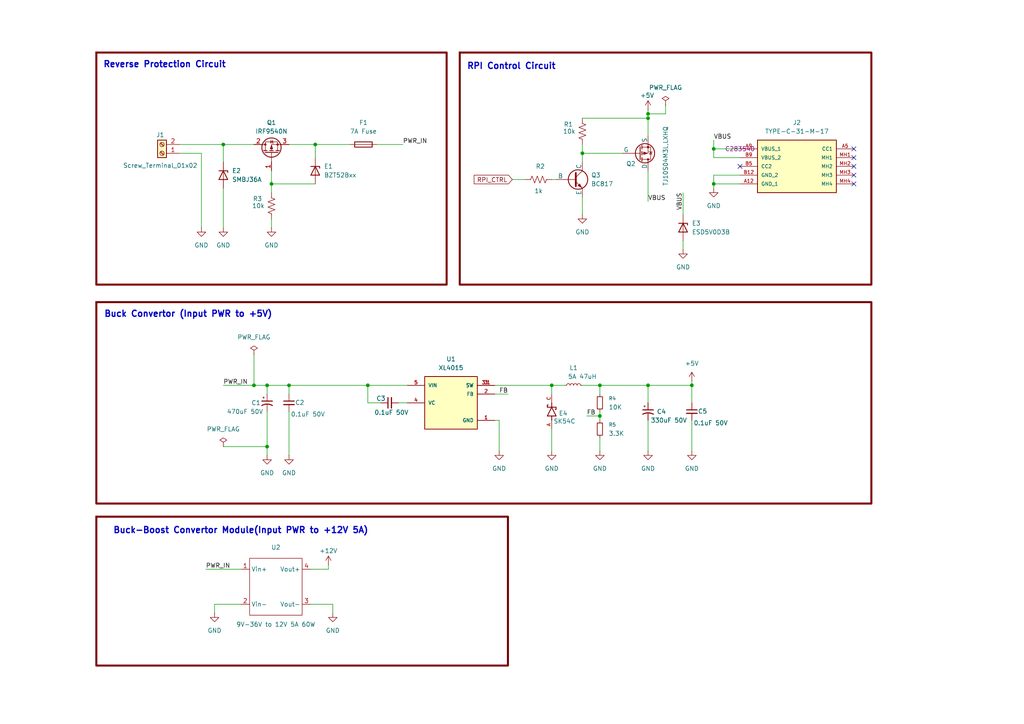
<source format=kicad_sch>
(kicad_sch (version 20250114) (generator "eeschema") (generator_version "9.0")
  (paper "A4")
  (lib_symbols
    (symbol "BC817:BC817_NPN_BJT" (pin_numbers (hide yes)) (pin_names (offset 0))
      (property "Reference" "Q" (at -2.54 7.62 0))
      (property "Value" "BC817_NPN_BJT" (at -2.54 5.08 0))
      (symbol "BC817_NPN_BJT_0_1"
        (polyline (pts (xy -2.54 0) (xy 0.635 0)) (stroke (width 0.1524)))
        (polyline (pts (xy 0.635 1.905) (xy 0.635 -1.905) (xy 0.635 -1.905)) (stroke (width 0.508)))
        (polyline (pts (xy 0.635 0.635) (xy 2.54 2.54)))
        (polyline (pts (xy 0.635 -0.635) (xy 2.54 -2.54) (xy 2.54 -2.54)))
        (circle (center 1.27 0) (radius 2.8194) (stroke (width 0.254)))
        (polyline (pts (xy 1.27 -1.778) (xy 1.778 -1.27) (xy 2.286 -2.286) (xy 1.27 -1.778) (xy 1.27 -1.778)) (fill (type outline)))
        (polyline (pts (xy 2.794 -1.27) (xy 2.794 -1.27)) (stroke (width 0.1524)))
        (polyline (pts (xy 2.794 -1.27) (xy 2.794 -1.27)) (stroke (width 0.1524)))
      )
      (symbol "BC817_NPN_BJT_1_1"
        (pin input line (at -5.08 0 0) (length 2.54) (name "B") (number "1"))
        (pin open_collector line (at 2.54 5.08 270) (length 2.54) (name "C") (number "3"))
        (pin open_emitter line (at 2.54 -5.08 90) (length 2.54) (name "E") (number "2"))
      )
    )
    (symbol "Connector:Screw_Terminal_01x02" (pin_names (offset 1.016) (hide yes))
      (property "Reference" "J" (at 0 2.54 0))
      (property "Value" "Screw_Terminal_01x02" (at 0 -5.08 0))
      (symbol "Screw_Terminal_01x02_1_1"
        (rectangle (start -1.27 1.27) (end 1.27 -3.81) (stroke (width 0.254)) (fill (type background)))
        (polyline (pts (xy -0.5334 0.3302) (xy 0.3302 -0.508)) (stroke (width 0.1524)))
        (polyline (pts (xy -0.5334 -2.2098) (xy 0.3302 -3.048)) (stroke (width 0.1524)))
        (polyline (pts (xy -0.3556 0.508) (xy 0.508 -0.3302)) (stroke (width 0.1524)))
        (polyline (pts (xy -0.3556 -2.032) (xy 0.508 -2.8702)) (stroke (width 0.1524)))
        (circle (center 0 0) (radius 0.635) (stroke (width 0.1524)))
        (circle (center 0 -2.54) (radius 0.635) (stroke (width 0.1524)))
        (pin passive line (at -5.08 0 0) (length 3.81) (name "Pin_1") (number "1"))
        (pin passive line (at -5.08 -2.54 0) (length 3.81) (name "Pin_2") (number "2"))
      )
    )
    (symbol "Device:C_Polarized_Small_US" (pin_numbers (hide yes)) (pin_names (offset 0.254) (hide yes))
      (property "Reference" "C" (at 0.254 1.778 0))
      (property "Value" "C_Polarized_Small_US" (at 0.254 -2.032 0))
      (symbol "C_Polarized_Small_US_0_1"
        (polyline (pts (xy -1.524 0.508) (xy 1.524 0.508)) (stroke (width 0.3048)))
        (polyline (pts (xy -1.27 1.524) (xy -0.762 1.524)))
        (polyline (pts (xy -1.016 1.27) (xy -1.016 1.778)))
        (arc (start -1.524 -0.762) (mid 0 -0.3734) (end 1.524 -0.762) (stroke (width 0.3048)))
      )
      (symbol "C_Polarized_Small_US_1_1"
        (pin passive line (at 0 2.54 270) (length 2.032) (name "~") (number "1"))
        (pin passive line (at 0 -2.54 90) (length 2.032) (name "~") (number "2"))
      )
    )
    (symbol "Device:C_Small" (pin_numbers (hide yes)) (pin_names (offset 0.254) (hide yes))
      (property "Reference" "C" (at 0.254 1.778 0))
      (property "Value" "C_Small" (at 0.254 -2.032 0))
      (symbol "C_Small_0_1"
        (polyline (pts (xy -1.524 0.508) (xy 1.524 0.508)) (stroke (width 0.3048)))
        (polyline (pts (xy -1.524 -0.508) (xy 1.524 -0.508)) (stroke (width 0.3302)))
      )
      (symbol "C_Small_1_1"
        (pin passive line (at 0 2.54 270) (length 2.032) (name "~") (number "1"))
        (pin passive line (at 0 -2.54 90) (length 2.032) (name "~") (number "2"))
      )
    )
    (symbol "Device:Fuse" (pin_numbers (hide yes)) (pin_names (offset 0))
      (property "Reference" "F" (at 2.032 0 90))
      (property "Value" "Fuse" (at -1.905 0 90))
      (symbol "Fuse_0_1"
        (rectangle (start -0.762 -2.54) (end 0.762 2.54) (stroke (width 0.254)))
        (polyline (pts (xy 0 2.54) (xy 0 -2.54)))
      )
      (symbol "Fuse_1_1"
        (pin passive line (at 0 3.81 270) (length 1.27) (name "~") (number "1"))
        (pin passive line (at 0 -3.81 90) (length 1.27) (name "~") (number "2"))
      )
    )
    (symbol "Device:L_Small" (pin_numbers (hide yes)) (pin_names (offset 0.254) (hide yes))
      (property "Reference" "L" (at 0.762 1.016 0))
      (property "Value" "L_Small" (at 0.762 -1.016 0))
      (symbol "L_Small_0_1"
        (arc (start 0 2.032) (mid 0.5058 1.524) (end 0 1.016))
        (arc (start 0 1.016) (mid 0.5058 0.508) (end 0 0))
        (arc (start 0 0) (mid 0.5058 -0.508) (end 0 -1.016))
        (arc (start 0 -1.016) (mid 0.5058 -1.524) (end 0 -2.032))
      )
      (symbol "L_Small_1_1"
        (pin passive line (at 0 2.54 270) (length 0.508) (name "~") (number "1"))
        (pin passive line (at 0 -2.54 90) (length 0.508) (name "~") (number "2"))
      )
    )
    (symbol "Device:R_Small" (pin_numbers (hide yes)) (pin_names (offset 0.254) (hide yes))
      (property "Reference" "R" (at 0 0 90))
      (property "Value" "R_Small" (at 1.778 0 90))
      (symbol "R_Small_0_1"
        (rectangle (start -0.762 1.778) (end 0.762 -1.778) (stroke (width 0.2032)))
      )
      (symbol "R_Small_1_1"
        (pin passive line (at 0 2.54 270) (length 0.762) (name "~") (number "1"))
        (pin passive line (at 0 -2.54 90) (length 0.762) (name "~") (number "2"))
      )
    )
    (symbol "Device:R_US" (pin_numbers (hide yes)) (pin_names (offset 0))
      (property "Reference" "R" (at 2.54 0 90))
      (property "Value" "R_US" (at -2.54 0 90))
      (symbol "R_US_0_1"
        (polyline (pts (xy 0 2.286) (xy 0 2.54)))
        (polyline (pts (xy 0 2.286) (xy 1.016 1.905) (xy 0 1.524) (xy -1.016 1.143) (xy 0 0.762)))
        (polyline (pts (xy 0 0.762) (xy 1.016 0.381) (xy 0 0) (xy -1.016 -0.381) (xy 0 -0.762)))
        (polyline (pts (xy 0 -0.762) (xy 1.016 -1.143) (xy 0 -1.524) (xy -1.016 -1.905) (xy 0 -2.286)))
        (polyline (pts (xy 0 -2.286) (xy 0 -2.54)))
      )
      (symbol "R_US_1_1"
        (pin passive line (at 0 3.81 270) (length 1.27) (name "~") (number "1"))
        (pin passive line (at 0 -3.81 90) (length 1.27) (name "~") (number "2"))
      )
    )
    (symbol "Diode:BZT52Bxx" (pin_numbers (hide yes)) (pin_names (hide yes))
      (property "Reference" "D" (at 0 2.54 0))
      (property "Value" "BZT52Bxx" (at 0 -2.54 0))
      (symbol "BZT52Bxx_0_1"
        (polyline (pts (xy -1.27 -1.27) (xy -1.27 1.27) (xy -0.762 1.27)) (stroke (width 0.254)))
        (polyline (pts (xy 1.27 0) (xy -1.27 0)))
        (polyline (pts (xy 1.27 -1.27) (xy 1.27 1.27) (xy -1.27 0) (xy 1.27 -1.27)) (stroke (width 0.254)))
      )
      (symbol "BZT52Bxx_1_1"
        (pin passive line (at -3.81 0 0) (length 2.54) (name "K") (number "1"))
        (pin passive line (at 3.81 0 180) (length 2.54) (name "A") (number "2"))
      )
    )
    (symbol "Diode:ESD5Zxx" (pin_numbers (hide yes)) (pin_names (hide yes))
      (property "Reference" "D" (at 0 2.54 0))
      (property "Value" "ESD5Zxx" (at 0 -2.54 0))
      (symbol "ESD5Zxx_0_1"
        (polyline (pts (xy -1.27 -1.27) (xy -1.27 1.27) (xy -0.762 1.27)) (stroke (width 0.254)))
        (polyline (pts (xy 1.27 0) (xy -1.27 0)))
        (polyline (pts (xy 1.27 -1.27) (xy 1.27 1.27) (xy -1.27 0) (xy 1.27 -1.27)) (stroke (width 0.254)))
      )
      (symbol "ESD5Zxx_1_1"
        (pin passive line (at -3.81 0 0) (length 2.54) (name "K") (number "1"))
        (pin passive line (at 3.81 0 180) (length 2.54) (name "A") (number "2"))
      )
    )
    (symbol "New_Library:Buck-Boost"
      (property "Reference" "U" (at 0 0 0))
      (symbol "Buck-Boost_1_1"
        (rectangle (start -7.62 8.255) (end 7.62 -8.255))
        (pin input line (at -10.16 5.08 0) (length 2.54) (name "Vin+") (number "1"))
        (pin input line (at -10.16 -5.08 0) (length 2.54) (name "Vin-") (number "2"))
        (pin output line (at 10.16 5.08 180) (length 2.54) (name "Vout+") (number "4"))
        (pin output line (at 10.16 -5.08 180) (length 2.54) (name "Vout-") (number "3"))
      )
    )
    (symbol "SK54C:SK54C" (pin_names (offset 1.016))
      (property "Reference" "D" (at -5.08 2.54 0))
      (property "Value" "SK54C" (at -5.08 -3.81 0))
      (symbol "SK54C_0_0"
        (polyline (pts (xy -2.54 0) (xy -1.27 0)) (stroke (width 0.254)))
        (polyline (pts (xy -1.27 1.27) (xy -1.27 0)) (stroke (width 0.254)))
        (polyline (pts (xy -1.27 0) (xy -1.27 -1.27)) (stroke (width 0.254)))
        (polyline (pts (xy -1.27 -1.27) (xy 1.27 0)) (stroke (width 0.254)))
        (polyline (pts (xy 0.635 -1.016) (xy 0.635 -1.27)) (stroke (width 0.254)))
        (polyline (pts (xy 1.27 1.27) (xy 1.27 0)) (stroke (width 0.254)))
        (polyline (pts (xy 1.27 0) (xy -1.27 1.27)) (stroke (width 0.254)))
        (polyline (pts (xy 1.27 0) (xy 1.27 -1.27)) (stroke (width 0.254)))
        (polyline (pts (xy 1.27 -1.27) (xy 0.635 -1.27)) (stroke (width 0.254)))
        (polyline (pts (xy 1.905 1.27) (xy 1.27 1.27)) (stroke (width 0.254)))
        (polyline (pts (xy 1.905 1.27) (xy 1.905 1.016)) (stroke (width 0.254)))
        (polyline (pts (xy 2.54 0) (xy 1.27 0)) (stroke (width 0.254)))
        (pin passive line (at -5.08 0 0) (length 2.54) (name "~") (number "A"))
        (pin passive line (at 5.08 0 180) (length 2.54) (name "~") (number "C"))
      )
    )
    (symbol "Simulation_SPICE:PMOS" (pin_numbers (hide yes)) (pin_names (offset 0))
      (property "Reference" "Q" (at 5.08 1.27 0))
      (property "Value" "PMOS" (at 5.08 -1.27 0))
      (symbol "PMOS_0_1"
        (polyline (pts (xy 0.254 1.905) (xy 0.254 -1.905)) (stroke (width 0.254)))
        (polyline (pts (xy 0.254 0) (xy -2.54 0)))
        (polyline (pts (xy 0.762 2.286) (xy 0.762 1.27)) (stroke (width 0.254)))
        (polyline (pts (xy 0.762 1.778) (xy 3.302 1.778) (xy 3.302 -1.778) (xy 0.762 -1.778)))
        (polyline (pts (xy 0.762 0.508) (xy 0.762 -0.508)) (stroke (width 0.254)))
        (polyline (pts (xy 0.762 -1.27) (xy 0.762 -2.286)) (stroke (width 0.254)))
        (circle (center 1.651 0) (radius 2.794) (stroke (width 0.254)))
        (polyline (pts (xy 2.286 0) (xy 1.27 0.381) (xy 1.27 -0.381) (xy 2.286 0)) (fill (type outline)))
        (polyline (pts (xy 2.54 2.54) (xy 2.54 1.778)))
        (circle (center 2.54 1.778) (radius 0.254) (fill (type outline)))
        (circle (center 2.54 -1.778) (radius 0.254) (fill (type outline)))
        (polyline (pts (xy 2.54 -2.54) (xy 2.54 0) (xy 0.762 0)))
        (polyline (pts (xy 2.794 -0.508) (xy 2.921 -0.381) (xy 3.683 -0.381) (xy 3.81 -0.254)))
        (polyline (pts (xy 3.302 -0.381) (xy 2.921 0.254) (xy 3.683 0.254) (xy 3.302 -0.381)))
      )
      (symbol "PMOS_1_1"
        (pin input line (at -5.08 0 0) (length 2.54) (name "G") (number "2"))
        (pin passive line (at 2.54 5.08 270) (length 2.54) (name "D") (number "1"))
        (pin passive line (at 2.54 -5.08 90) (length 2.54) (name "S") (number "3"))
      )
    )
    (symbol "TYPE-C-31-M-17:TYPE-C-31-M-17" (pin_names (offset 1.016))
      (property "Reference" "J2" (at 16.51 7.62 0))
      (property "Value" "TYPE-C-31-M-17" (at 16.51 5.08 0))
      (symbol "TYPE-C-31-M-17_0_0"
        (rectangle (start 5.08 -12.7) (end 27.94 2.54) (stroke (width 0.254)) (fill (type background)))
        (pin bidirectional line (at 0 0 0) (length 5.08) (name "VBUS_1") (number "A9"))
        (pin bidirectional line (at 0 -2.54 0) (length 5.08) (name "VBUS_2") (number "B9"))
        (pin bidirectional line (at 0 -5.08 0) (length 5.08) (name "CC2") (number "B5"))
        (pin bidirectional line (at 0 -7.62 0) (length 5.08) (name "GND_2") (number "B12"))
        (pin bidirectional line (at 0 -10.16 0) (length 5.08) (name "GND_1") (number "A12"))
        (pin bidirectional line (at 33.02 0 180) (length 5.08) (name "CC1") (number "A5"))
        (pin bidirectional line (at 33.02 -2.54 180) (length 5.08) (name "MH1") (number "MH1"))
        (pin bidirectional line (at 33.02 -5.08 180) (length 5.08) (name "MH2") (number "MH2"))
        (pin bidirectional line (at 33.02 -7.62 180) (length 5.08) (name "MH3") (number "MH3"))
        (pin bidirectional line (at 33.02 -10.16 180) (length 5.08) (name "MH4") (number "MH4"))
      )
    )
    (symbol "Transistor_FET:IRF9540N" (pin_names (hide yes))
      (property "Reference" "Q" (at 5.08 1.905 0))
      (property "Value" "IRF9540N" (at 5.08 0 0))
      (symbol "IRF9540N_0_1"
        (polyline (pts (xy 0.254 1.905) (xy 0.254 -1.905)) (stroke (width 0.254)))
        (polyline (pts (xy 0.254 0) (xy -2.54 0)))
        (polyline (pts (xy 0.762 2.286) (xy 0.762 1.27)) (stroke (width 0.254)))
        (polyline (pts (xy 0.762 1.778) (xy 3.302 1.778) (xy 3.302 -1.778) (xy 0.762 -1.778)))
        (polyline (pts (xy 0.762 0.508) (xy 0.762 -0.508)) (stroke (width 0.254)))
        (polyline (pts (xy 0.762 -1.27) (xy 0.762 -2.286)) (stroke (width 0.254)))
        (circle (center 1.651 0) (radius 2.794) (stroke (width 0.254)))
        (polyline (pts (xy 2.286 0) (xy 1.27 0.381) (xy 1.27 -0.381) (xy 2.286 0)) (fill (type outline)))
        (polyline (pts (xy 2.54 2.54) (xy 2.54 1.778)))
        (circle (center 2.54 1.778) (radius 0.254) (fill (type outline)))
        (circle (center 2.54 -1.778) (radius 0.254) (fill (type outline)))
        (polyline (pts (xy 2.54 -2.54) (xy 2.54 0) (xy 0.762 0)))
        (polyline (pts (xy 2.794 -0.508) (xy 2.921 -0.381) (xy 3.683 -0.381) (xy 3.81 -0.254)))
        (polyline (pts (xy 3.302 -0.381) (xy 2.921 0.254) (xy 3.683 0.254) (xy 3.302 -0.381)))
      )
      (symbol "IRF9540N_1_1"
        (pin input line (at -5.08 0 0) (length 2.54) (name "G") (number "1"))
        (pin passive line (at 2.54 5.08 270) (length 2.54) (name "D") (number "2"))
        (pin passive line (at 2.54 -5.08 90) (length 2.54) (name "S") (number "3"))
      )
    )
    (symbol "XL4015:XL4015" (pin_names (offset 1.016))
      (property "Reference" "U" (at -7.62 8.89 0))
      (property "Value" "XL4015" (at -7.62 -9.906 0))
      (symbol "XL4015_0_0"
        (rectangle (start -7.62 -7.62) (end 7.62 7.62) (stroke (width 0.254)) (fill (type background)))
        (pin input line (at -12.7 5.08 0) (length 5.08) (name "VIN") (number "5"))
        (pin passive line (at -12.7 0 0) (length 5.08) (name "VC") (number "4"))
        (pin output line (at 12.7 5.08 180) (length 5.08) (name "SW") (number "3"))
        (pin output line (at 12.7 5.08 180) (length 5.08) (name "SW") (number "3.1"))
        (pin input line (at 12.7 2.54 180) (length 5.08) (name "FB") (number "2"))
        (pin power_in line (at 12.7 -5.08 180) (length 5.08) (name "GND") (number "1"))
      )
    )
    (symbol "power:+12V" (power) (pin_numbers (hide yes)) (pin_names (offset 0) (hide yes))
      (property "Value" "+12V" (at 0 3.556 0))
      (symbol "+12V_0_1"
        (polyline (pts (xy -0.762 1.27) (xy 0 2.54)))
        (polyline (pts (xy 0 2.54) (xy 0.762 1.27)))
        (polyline (pts (xy 0 0) (xy 0 2.54)))
      )
      (symbol "+12V_1_1"
        (pin power_in line (at 0 0 90) (length 0) (name "~") (number "1"))
      )
    )
    (symbol "power:+5V" (power) (pin_numbers (hide yes)) (pin_names (offset 0) (hide yes))
      (property "Value" "+5V" (at 0 3.556 0))
      (symbol "+5V_0_1"
        (polyline (pts (xy -0.762 1.27) (xy 0 2.54)))
        (polyline (pts (xy 0 2.54) (xy 0.762 1.27)))
        (polyline (pts (xy 0 0) (xy 0 2.54)))
      )
      (symbol "+5V_1_1"
        (pin power_in line (at 0 0 90) (length 0) (name "~") (number "1"))
      )
    )
    (symbol "power:GND" (power) (pin_numbers (hide yes)) (pin_names (offset 0) (hide yes))
      (property "Value" "GND" (at 0 -3.81 0))
      (symbol "GND_0_1"
        (polyline (pts (xy 0 0) (xy 0 -1.27) (xy 1.27 -1.27) (xy 0 -2.54) (xy -1.27 -1.27) (xy 0 -1.27)))
      )
      (symbol "GND_1_1"
        (pin power_in line (at 0 0 270) (length 0) (name "~") (number "1"))
      )
    )
    (symbol "power:PWR_FLAG" (power) (pin_numbers (hide yes)) (pin_names (offset 0) (hide yes))
      (property "Value" "PWR_FLAG" (at 0 3.81 0))
      (symbol "PWR_FLAG_0_0"
        (pin power_out line (at 0 0 90) (length 0) (name "~") (number "1"))
      )
      (symbol "PWR_FLAG_0_1"
        (polyline (pts (xy 0 0) (xy 0 1.27) (xy -1.016 1.905) (xy 0 2.54) (xy 1.016 1.905) (xy 0 1.27)))
      )
    )
  )
  (rectangle (start 27.94 15.24) (end 129.54 82.55) (stroke (width 0.5842) (color 110 0 0 1)))
  (rectangle (start 27.94 87.63) (end 252.73 146.05) (stroke (width 0.5842) (color 110 0 0 1)))
  (rectangle (start 27.94 149.86) (end 147.32 193.04) (stroke (width 0.5842) (color 110 0 0 1)))
  (rectangle (start 133.35 15.24) (end 252.73 82.55) (stroke (width 0.5842) (color 110 0 0 1)))
  (text "Buck Convertor (Input PWR to +5V)" (at 54.61 91.186 0) (effects (font (size 1.778 1.778) (thickness 0.3556) (bold yes))))
  (text "Buck-Boost Convertor Module(Input PWR to +12V 5A)" (at 69.85 153.924 0) (effects (font (size 1.778 1.778) (thickness 0.3556) (bold yes))))
  (text "Reverse Protection Circuit" (at 47.752 18.796 0) (effects (font (size 1.778 1.778) (thickness 0.3556) (bold yes))))
  (text "RPI Control Circuit" (at 148.336 19.304 0) (effects (font (size 1.778 1.778) (thickness 0.3556) (bold yes))))
  (junction (at 73.66 111.76))
  (junction (at 187.96 111.76))
  (junction (at 106.68 111.76))
  (junction (at 160.02 111.76))
  (junction (at 207.01 53.34))
  (junction (at 173.99 120.65))
  (junction (at 173.99 111.76))
  (junction (at 91.44 41.91))
  (junction (at 200.66 111.76))
  (junction (at 77.47 111.76))
  (junction (at 64.77 41.91))
  (junction (at 187.96 34.29))
  (junction (at 78.74 53.34))
  (junction (at 187.96 33.02))
  (junction (at 168.91 44.45))
  (junction (at 207.01 43.18))
  (junction (at 77.47 129.54))
  (junction (at 83.82 111.76))
  (no_connect (at 247.65 50.8))
  (no_connect (at 214.63 48.26))
  (no_connect (at 247.65 53.34))
  (no_connect (at 247.65 48.26))
  (no_connect (at 247.65 43.18))
  (no_connect (at 247.65 45.72))
  (wire (pts (xy 64.77 111.76) (xy 73.66 111.76)))
  (wire (pts (xy 58.42 44.45) (xy 58.42 66.04)))
  (wire (pts (xy 64.77 54.61) (xy 64.77 66.04)))
  (wire (pts (xy 207.01 50.8) (xy 207.01 53.34)))
  (wire (pts (xy 193.04 33.02) (xy 187.96 33.02)))
  (wire (pts (xy 110.49 116.84) (xy 106.68 116.84)))
  (wire (pts (xy 207.01 45.72) (xy 214.63 45.72)))
  (wire (pts (xy 168.91 34.29) (xy 187.96 34.29)))
  (wire (pts (xy 78.74 53.34) (xy 78.74 55.88)))
  (wire (pts (xy 200.66 116.84) (xy 200.66 111.76)))
  (wire (pts (xy 187.96 121.92) (xy 187.96 130.81)))
  (wire (pts (xy 144.78 121.92) (xy 144.78 130.81)))
  (wire (pts (xy 198.12 69.85) (xy 198.12 72.39)))
  (wire (pts (xy 168.91 44.45) (xy 168.91 46.99)))
  (wire (pts (xy 173.99 120.65) (xy 173.99 121.92)))
  (wire (pts (xy 168.91 44.45) (xy 180.34 44.45)))
  (wire (pts (xy 106.68 111.76) (xy 118.11 111.76)))
  (wire (pts (xy 115.57 116.84) (xy 118.11 116.84)))
  (wire (pts (xy 73.66 102.87) (xy 73.66 111.76)))
  (wire (pts (xy 64.77 129.54) (xy 77.47 129.54)))
  (wire (pts (xy 207.01 50.8) (xy 214.63 50.8)))
  (wire (pts (xy 207.01 53.34) (xy 214.63 53.34)))
  (wire (pts (xy 173.99 119.38) (xy 173.99 120.65)))
  (wire (pts (xy 200.66 121.92) (xy 200.66 130.81)))
  (wire (pts (xy 52.07 44.45) (xy 58.42 44.45)))
  (wire (pts (xy 64.77 41.91) (xy 64.77 46.99)))
  (wire (pts (xy 148.59 52.07) (xy 152.4 52.07)))
  (wire (pts (xy 91.44 41.91) (xy 91.44 45.72)))
  (wire (pts (xy 77.47 111.76) (xy 83.82 111.76)))
  (wire (pts (xy 95.25 163.83) (xy 95.25 165.1)))
  (wire (pts (xy 160.02 52.07) (xy 161.29 52.07)))
  (wire (pts (xy 207.01 53.34) (xy 207.01 54.61)))
  (wire (pts (xy 168.91 57.15) (xy 168.91 62.23)))
  (wire (pts (xy 207.01 43.18) (xy 214.63 43.18)))
  (wire (pts (xy 198.12 55.88) (xy 198.12 62.23)))
  (wire (pts (xy 73.66 111.76) (xy 77.47 111.76)))
  (wire (pts (xy 77.47 119.38) (xy 77.47 129.54)))
  (wire (pts (xy 91.44 41.91) (xy 101.6 41.91)))
  (wire (pts (xy 106.68 111.76) (xy 106.68 116.84)))
  (wire (pts (xy 160.02 111.76) (xy 163.83 111.76)))
  (wire (pts (xy 173.99 111.76) (xy 173.99 114.3)))
  (wire (pts (xy 52.07 41.91) (xy 64.77 41.91)))
  (wire (pts (xy 90.17 175.26) (xy 96.52 175.26)))
  (wire (pts (xy 187.96 31.75) (xy 187.96 33.02)))
  (wire (pts (xy 173.99 130.81) (xy 173.99 127)))
  (wire (pts (xy 109.22 41.91) (xy 116.84 41.91)))
  (wire (pts (xy 160.02 111.76) (xy 160.02 114.3)))
  (wire (pts (xy 78.74 53.34) (xy 91.44 53.34)))
  (wire (pts (xy 69.85 175.26) (xy 62.23 175.26)))
  (wire (pts (xy 143.51 114.3) (xy 147.32 114.3)))
  (wire (pts (xy 59.69 165.1) (xy 69.85 165.1)))
  (wire (pts (xy 78.74 63.5) (xy 78.74 66.04)))
  (wire (pts (xy 207.01 40.64) (xy 207.01 43.18)))
  (wire (pts (xy 64.77 41.91) (xy 73.66 41.91)))
  (wire (pts (xy 168.91 41.91) (xy 168.91 44.45)))
  (wire (pts (xy 187.96 34.29) (xy 187.96 39.37)))
  (wire (pts (xy 143.51 111.76) (xy 160.02 111.76)))
  (wire (pts (xy 207.01 45.72) (xy 207.01 43.18)))
  (wire (pts (xy 96.52 175.26) (xy 96.52 177.8)))
  (wire (pts (xy 200.66 110.49) (xy 200.66 111.76)))
  (wire (pts (xy 144.78 121.92) (xy 143.51 121.92)))
  (wire (pts (xy 187.96 33.02) (xy 187.96 34.29)))
  (wire (pts (xy 83.82 111.76) (xy 106.68 111.76)))
  (wire (pts (xy 83.82 119.38) (xy 83.82 132.08)))
  (wire (pts (xy 193.04 30.48) (xy 193.04 33.02)))
  (wire (pts (xy 187.96 49.53) (xy 187.96 58.42)))
  (wire (pts (xy 77.47 129.54) (xy 77.47 132.08)))
  (wire (pts (xy 160.02 124.46) (xy 160.02 130.81)))
  (wire (pts (xy 77.47 111.76) (xy 77.47 114.3)))
  (wire (pts (xy 78.74 49.53) (xy 78.74 53.34)))
  (wire (pts (xy 170.18 120.65) (xy 173.99 120.65)))
  (wire (pts (xy 90.17 165.1) (xy 95.25 165.1)))
  (wire (pts (xy 168.91 111.76) (xy 173.99 111.76)))
  (wire (pts (xy 187.96 116.84) (xy 187.96 111.76)))
  (wire (pts (xy 187.96 111.76) (xy 200.66 111.76)))
  (wire (pts (xy 173.99 111.76) (xy 187.96 111.76)))
  (wire (pts (xy 83.82 41.91) (xy 91.44 41.91)))
  (wire (pts (xy 62.23 175.26) (xy 62.23 177.8)))
  (wire (pts (xy 83.82 111.76) (xy 83.82 114.3)))
  (label "FB" (at 170.18 120.65 0))
  (label "PWR_IN" (at 64.77 111.76 0))
  (label "VBUS" (at 187.96 58.42 0))
  (label "PWR_IN" (at 116.84 41.91 0))
  (label "VBUS" (at 198.12 60.96 90))
  (label "PWR_IN" (at 59.69 165.1 0))
  (label "FB" (at 144.78 114.3 0))
  (label "VBUS" (at 207.01 40.64 0))
  (global_label "RPI_CTRL" (shape input) (at 148.59 52.07 180) (property "Intersheetrefs" "${INTERSHEET_REFS}" (effects (hide yes))))
  (symbol (lib_id "Device:R_US") (at 156.21 52.07 270) (unit 1)
    (property "Reference" "R2" (at 156.718 48.26 90))
    (property "Value" "1k" (at 156.21 55.372 90))
    (property "Footprint" "Resistor_SMD:R_0805_2012Metric" (effects (hide yes)))
    (property "Description" "125mW Thick Film Resistors 150V ±100ppm/℃ ±1% 1kΩ 0805 Chip Resistor - Surface Mount ROHS" (effects (hide yes)))
    (property "LCSC Part no " "C95781" (effects (hide yes)))
  )
  (symbol (lib_id "power:PWR_FLAG") (at 64.77 129.54 0) (unit 1)
    (property "Reference" "#FLG02" (effects (hide yes)))
    (property "Value" "PWR_FLAG" (at 64.77 124.46 0))
    (property "Description" "Special symbol for telling ERC where power comes from" (effects (hide yes)))
  )
  (symbol (lib_id "New_Library:Buck-Boost") (at 80.01 170.18 0) (unit 1)
    (property "Reference" "U2" (at 80.01 158.75 0))
    (property "Value" "9V-36V to 12V 5A 60W" (at 80.01 181.102 0))
    (property "Footprint" "TerminalBlock:TerminalBlock_MaiXu_MX126-5.0-04P_1x04_P5.00mm" (effects (hide yes)))
    (property "Datasheet" "Buck-boost Covertor" (effects (hide yes)))
    (property "Description" "Buck-boost Covertor" (effects (hide yes)))
    (property "Link" "https://www.amazon.in/DROK-Converter-Waterproof-Transformer-Television/dp/B0B6VK8BPN?th=1" (effects (hide yes)))
    (property "LCSC Part no " "C424682" (effects (hide yes)))
  )
  (symbol (lib_id "power:+12V") (at 95.25 163.83 0) (unit 1)
    (property "Reference" "#PWR0103" (effects (hide yes)))
    (property "Value" "+12V" (at 95.25 159.766 0))
    (property "Description" "Power symbol creates a global label with name \"+12V\"" (effects (hide yes)))
  )
  (symbol (lib_id "power:GND") (at 96.52 177.8 0) (unit 1)
    (property "Reference" "#PWR055" (effects (hide yes)))
    (property "Value" "GND" (at 96.52 182.88 0))
    (property "Description" "Power symbol creates a global label with name \"GND\" , ground" (effects (hide yes)))
  )
  (symbol (lib_id "SK54C:SK54C") (at 160.02 119.38 90) (unit 1)
    (property "Reference" "E4" (at 162.052 119.888 90) (effects (justify right)))
    (property "Value" "SK54C" (at 160.528 122.174 90) (effects (justify right)))
    (property "Footprint" "SK54C:DIO_SK54C" (effects (hide yes)))
    (property "Description" "Independent Type 5A 550mV@5A 40V SMC Diodes - General Purpose ROHS" (effects (hide yes)))
    (property "MF" "Taiwan Semiconductor" (effects (hide yes)))
    (property "MAXIMUM_PACKAGE_HEIGHT" "2.65mm" (effects (hide yes)))
    (property "Package" "DO-214AB-2 Taiwan Semiconductor" (effects (hide yes)))
    (property "Price" "None" (effects (hide yes)))
    (property "Check_prices" "https://www.snapeda.com/parts/SK54C/taiwan/view-part/?ref=eda" (effects (hide yes)))
    (property "STANDARD" "Manufacturer Recommendations" (effects (hide yes)))
    (property "PARTREV" "S2311" (effects (hide yes)))
    (property "SnapEDA_Link" "https://www.snapeda.com/parts/SK54C/taiwan/view-part/?ref=snap" (effects (hide yes)))
    (property "MP" "SK54C" (effects (hide yes)))
    (property "Description_1" "5A, 40V, Schottky Rectifier" (effects (hide yes)))
    (property "Availability" "In Stock" (effects (hide yes)))
    (property "MANUFACTURER" "Taiwan Semiconductor" (effects (hide yes)))
    (property "LCSC Part no " "C5449119" (effects (hide yes)))
  )
  (symbol (lib_id "XL4015:XL4015") (at 130.81 116.84 0) (unit 1)
    (property "Reference" "U1" (at 130.81 104.14 0))
    (property "Value" "XL4015" (at 130.81 106.68 0))
    (property "Footprint" "XL4015:CONV_XL4015" (effects (hide yes)))
    (property "MF" "XLSEMI" (effects (hide yes)))
    (property "MAXIMUM_PACKAGE_HEIGHT" "4.77mm" (effects (hide yes)))
    (property "Package" "None" (effects (hide yes)))
    (property "Price" "None" (effects (hide yes)))
    (property "Check_prices" "https://www.snapeda.com/parts/XL4015/XLSEMI/view-part/?ref=eda" (effects (hide yes)))
    (property "STANDARD" "Manufacturer Recommendations" (effects (hide yes)))
    (property "PARTREV" "1.5" (effects (hide yes)))
    (property "SnapEDA_Link" "https://www.snapeda.com/parts/XL4015/XLSEMI/view-part/?ref=snap" (effects (hide yes)))
    (property "MP" "XL4015" (effects (hide yes)))
    (property "Description_1" "5A 180KHz 36V Buck DC to DC Converter" (effects (hide yes)))
    (property "Availability" "Not in stock" (effects (hide yes)))
    (property "MANUFACTURER" "XLSEMI" (effects (hide yes)))
    (property "LCSC Part no " "C51661" (effects (hide yes)))
  )
  (symbol (lib_id "power:PWR_FLAG") (at 193.04 30.48 0) (unit 1)
    (property "Reference" "#FLG03" (effects (hide yes)))
    (property "Value" "PWR_FLAG" (at 193.04 25.4 0))
    (property "Description" "Special symbol for telling ERC where power comes from" (effects (hide yes)))
  )
  (symbol (lib_id "BC817:BC817_NPN_BJT") (at 166.37 52.07 0) (unit 1)
    (property "Reference" "Q3" (at 171.45 50.7999 0) (effects (justify left)))
    (property "Value" "BC817" (at 171.45 53.3399 0) (effects (justify left)))
    (property "Footprint" "Package_TO_SOT_SMD:SOT-23" (effects (hide yes)))
    (property "Datasheet" "https://ngspice.sourceforge.io/docs/ngspice-html-manual/manual.xhtml#cha_BJTs" (effects (hide yes)))
    (property "Description" "Bipolar transistor symbol for simulation only, substrate tied to the emitter" (effects (hide yes)))
    (property "Sim.Device" "NPN" (effects (hide yes)))
    (property "Sim.Type" "GUMMELPOON" (effects (hide yes)))
    (property "Sim.Pins" "1=C 2=B 3=E" (effects (hide yes)))
    (property "LCSC Part no " "C39828" (effects (hide yes)))
  )
  (symbol (lib_id "Connector:Screw_Terminal_01x02") (at 46.99 44.45 180) (unit 1)
    (property "Reference" "J1" (at 46.482 39.116 0))
    (property "Value" "Screw_Terminal_01x02" (at 46.482 48.006 0))
    (property "Footprint" "TerminalBlock_RND:TerminalBlock_RND_205-00023_1x02_P10.00mm_Horizontal" (effects (hide yes)))
    (property "Description" "Generic screw terminal, single row, 01x02, script generated (kicad-library-utils/schlib/autogen/connector/)" (effects (hide yes)))
    (property "LCSC Part no " "C5168775" (effects (hide yes)))
  )
  (symbol (lib_id "power:GND") (at 207.01 54.61 0) (unit 1)
    (property "Reference" "#PWR089" (effects (hide yes)))
    (property "Value" "GND" (at 207.01 59.69 0))
    (property "Description" "Power symbol creates a global label with name \"GND\" , ground" (effects (hide yes)))
  )
  (symbol (lib_id "power:GND") (at 200.66 130.81 0) (unit 1)
    (property "Reference" "#PWR013" (effects (hide yes)))
    (property "Value" "GND" (at 200.66 135.89 0))
    (property "Description" "Power symbol creates a global label with name \"GND\" , ground" (effects (hide yes)))
  )
  (symbol (lib_id "Diode:ESD5Zxx") (at 64.77 50.8 270) (unit 1)
    (property "Reference" "E2" (at 67.31 49.5299 90) (effects (justify left)))
    (property "Value" "SMBJ36A" (at 67.31 52.0699 90) (effects (justify left)))
    (property "Footprint" "Diode_SMD:D_SMB" (effects (hide yes)))
    (property "Datasheet" "https://www.lcsc.com/datasheet/lcsc_datasheet_2501071555_hongjiacheng-SMBJ36A_C19077588.pdf" (effects (hide yes)))
    (property "Description" "10.3A 58.1V 600W 40V Unidirectional 36V SMB ESD and Surge Protection (TVS/ESD) ROHS" (effects (hide yes)))
    (property "LCSC Part no " "C19077588" (effects (hide yes)))
  )
  (symbol (lib_id "Device:C_Small") (at 200.66 119.38 0) (unit 1)
    (property "Reference" "C5" (at 202.4341 119.2995 0) (effects (justify left)))
    (property "Value" "0.1uF 50V" (at 201.168 122.682 0) (effects (justify left)))
    (property "Footprint" "Capacitor_SMD:C_0805_2012Metric_Pad1.18x1.45mm_HandSolder" (effects (hide yes)))
    (property "Description" "50V 0.1uF X7R ±10% 0805 Multilayer Ceramic Capacitors MLCC - SMD/SMT ROHS" (effects (hide yes)))
    (property "LCSC Part no " "C3011704" (effects (hide yes)))
  )
  (symbol (lib_id "Device:L_Small") (at 166.37 111.76 90) (unit 1)
    (property "Reference" "L1" (at 166.37 106.68 90))
    (property "Value" "5A 47uH" (at 168.91 109.22 90))
    (property "Footprint" "Inductor_SMD:L_Chilisin_BMRG00131360" (effects (hide yes)))
    (property "Description" "5A 47uH Integrated molded inductor ±20% SMD,13.8x12.6x6.5mm Power Inductors ROHS" (effects (hide yes)))
    (property "LCSC Part no " "C497913" (effects (hide yes)))
  )
  (symbol (lib_id "Simulation_SPICE:PMOS") (at 185.42 44.45 0) (mirror x) (unit 1)
    (property "Reference" "Q2" (at 181.61 47.498 0) (effects (justify left)))
    (property "Value" "TJ10S04M3L,LXHQ" (at 193.04 36.576 90) (effects (justify left)))
    (property "Footprint" "Package_TO_SOT_SMD:TO-252-2" (effects (hide yes)))
    (property "Datasheet" "https://ngspice.sourceforge.io/docs/ngspice-html-manual/manual.xhtml#cha_MOSFETs" (effects (hide yes)))
    (property "Description" "P-Channel 40 V 10A (Ta) 27W (Tc) Surface Mount DPAK+" (effects (hide yes)))
    (property "Sim.Device" "PMOS" (effects (hide yes)))
    (property "Sim.Type" "VDMOS" (effects (hide yes)))
    (property "Sim.Pins" "1=D 2=G 3=S" (effects (hide yes)))
    (property "LCSC Part no " "C41355200" (effects (hide yes)))
    (property "Digikey Part No" "TJ10S04M3L,LXHQ" (effects (hide yes)))
  )
  (symbol (lib_id "power:GND") (at 78.74 66.04 0) (unit 1)
    (property "Reference" "#PWR06" (effects (hide yes)))
    (property "Value" "GND" (at 78.74 71.12 0))
    (property "Description" "Power symbol creates a global label with name \"GND\" , ground" (effects (hide yes)))
  )
  (symbol (lib_id "TYPE-C-31-M-17:TYPE-C-31-M-17") (at 214.63 43.18 0) (unit 1)
    (property "Reference" "J2" (at 231.14 35.56 0))
    (property "Value" "TYPE-C-31-M-17" (at 231.14 38.1 0))
    (property "Footprint" "TYPE-C-31-M-17:TYPEC31M17" (effects (hide yes)))
    (property "MF" "HRO Electronics Co., Ltd." (effects (hide yes)))
    (property "DESCRIPTION" "TYPE-C-31-M-17 HROPARTS" (effects (hide yes)))
    (property "PACKAGE" "Package" (effects (hide yes)))
    (property "PRICE" "None" (effects (hide yes)))
    (property "Package" "Package" (effects (hide yes)))
    (property "Check_prices" "https://www.snapeda.com/parts/TYPE-C-31-M-17/HRO+Electronics+Co.%252C+Ltd./view-part/?ref=eda" (effects (hide yes)))
    (property "Price" "None" (effects (hide yes)))
    (property "SnapEDA_Link" "https://www.snapeda.com/parts/TYPE-C-31-M-17/HRO+Electronics+Co.%252C+Ltd./view-part/?ref=snap" (effects (hide yes)))
    (property "MP" "TYPE-C-31-M-17" (effects (hide yes)))
    (property "Availability" "Not in stock" (effects (hide yes)))
    (property "AVAILABILITY" "In Stock" (effects (hide yes)))
    (property "Description_1" "TYPE-C-31-M-17 HROPARTS" (effects (hide yes)))
    (property "LCSC Part no " "C283540" (at 214.63 43.18 0))
  )
  (symbol (lib_id "Device:C_Small") (at 113.03 116.84 90) (unit 1)
    (property "Reference" "C3" (at 110.49 115.57 90))
    (property "Value" "0.1uF 50V" (at 113.538 119.634 90))
    (property "Footprint" "Capacitor_SMD:C_0805_2012Metric_Pad1.18x1.45mm_HandSolder" (effects (hide yes)))
    (property "Description" "50V 0.1uF X7R ±10% 0805 Multilayer Ceramic Capacitors MLCC - SMD/SMT ROHS" (effects (hide yes)))
    (property "LCSC Part no " "C3011704" (effects (hide yes)))
  )
  (symbol (lib_id "power:GND") (at 83.82 132.08 0) (unit 1)
    (property "Reference" "#PWR015" (effects (hide yes)))
    (property "Value" "GND" (at 83.82 137.16 0))
    (property "Description" "Power symbol creates a global label with name \"GND\" , ground" (effects (hide yes)))
  )
  (symbol (lib_id "Diode:BZT52Bxx") (at 91.44 49.53 270) (unit 1)
    (property "Reference" "E1" (at 93.98 48.2599 90) (effects (justify left)))
    (property "Value" "BZT52Bxx" (at 93.98 50.7999 90) (effects (justify left)))
    (property "Footprint" "Diode_SMD:D_SOD-123F" (effects (hide yes)))
    (property "Datasheet" "https://diotec.com/tl_files/diotec/files/pdf/datasheets/bzt52b2v4.pdf" (effects (hide yes)))
    (property "Description" "500mW Zener Diode, SOD-123F" (effects (hide yes)))
    (property "LCSC Part no " "C3028973" (effects (hide yes)))
  )
  (symbol (lib_id "power:GND") (at 187.96 130.81 0) (unit 1)
    (property "Reference" "#PWR012" (effects (hide yes)))
    (property "Value" "GND" (at 187.96 135.89 0))
    (property "Description" "Power symbol creates a global label with name \"GND\" , ground" (effects (hide yes)))
  )
  (symbol (lib_id "Device:R_Small") (at 173.99 124.46 0) (unit 1)
    (property "Reference" "R5" (at 176.53 123.1899 0) (effects (font (size 1.016 1.016)) (justify left)))
    (property "Value" "3.3K" (at 176.53 125.7299 0) (effects (justify left)))
    (property "Footprint" "Capacitor_SMD:C_0805_2012Metric_Pad1.18x1.45mm_HandSolder" (effects (hide yes)))
    (property "Description" "Resistor, small symbol" (effects (hide yes)))
    (property "LCSC Part no " "C114531" (effects (hide yes)))
  )
  (symbol (lib_id "Device:R_US") (at 78.74 59.69 180) (unit 1)
    (property "Reference" "R3" (at 74.676 57.658 0))
    (property "Value" "10k" (at 74.93 59.69 0))
    (property "Footprint" "Resistor_SMD:R_0805_2012Metric" (effects (hide yes)))
    (property "Description" "125mW Thick Film Resistors 150V ±100ppm/℃ ±1% 10kΩ 0805 Chip Resistor - Surface Mount ROHS" (effects (hide yes)))
    (property "LCSC Part no " "C84376" (effects (hide yes)))
  )
  (symbol (lib_id "power:GND") (at 198.12 72.39 0) (unit 1)
    (property "Reference" "#PWR03" (effects (hide yes)))
    (property "Value" "GND" (at 198.12 77.47 0))
    (property "Description" "Power symbol creates a global label with name \"GND\" , ground" (effects (hide yes)))
  )
  (symbol (lib_id "power:GND") (at 77.47 132.08 0) (unit 1)
    (property "Reference" "#PWR014" (effects (hide yes)))
    (property "Value" "GND" (at 77.47 137.16 0))
    (property "Description" "Power symbol creates a global label with name \"GND\" , ground" (effects (hide yes)))
  )
  (symbol (lib_id "power:GND") (at 144.78 130.81 0) (unit 1)
    (property "Reference" "#PWR09" (effects (hide yes)))
    (property "Value" "GND" (at 144.78 135.89 0))
    (property "Description" "Power symbol creates a global label with name \"GND\" , ground" (effects (hide yes)))
  )
  (symbol (lib_id "Device:R_Small") (at 173.99 116.84 0) (unit 1)
    (property "Reference" "R4" (at 176.53 115.5699 0) (effects (font (size 1.016 1.016)) (justify left)))
    (property "Value" "10K" (at 176.53 118.1099 0) (effects (justify left)))
    (property "Footprint" "Capacitor_SMD:C_0805_2012Metric_Pad1.18x1.45mm_HandSolder" (effects (hide yes)))
    (property "Description" "Resistor, small symbol" (effects (hide yes)))
    (property "LCSC Part no " "C84376" (effects (hide yes)))
  )
  (symbol (lib_id "Device:C_Polarized_Small_US") (at 77.47 116.84 0) (unit 1)
    (property "Reference" "C1" (at 72.898 116.84 0) (effects (justify left)))
    (property "Value" "470uF 50V" (at 65.786 119.38 0) (effects (justify left)))
    (property "Footprint" "Capacitor_SMD:CP_Elec_10x12.5" (effects (hide yes)))
    (property "Description" "470uF 50V 530mA@120Hz ±20% SMD,D12.5xL13.5mm Aluminum Electrolytic Capacitors - SMD ROHS" (effects (hide yes)))
    (property "LCSC Part no " "C90272" (effects (hide yes)))
  )
  (symbol (lib_id "power:GND") (at 64.77 66.04 0) (unit 1)
    (property "Reference" "#PWR05" (effects (hide yes)))
    (property "Value" "GND" (at 64.77 71.12 0))
    (property "Description" "Power symbol creates a global label with name \"GND\" , ground" (effects (hide yes)))
  )
  (symbol (lib_id "Device:R_US") (at 168.91 38.1 180) (unit 1)
    (property "Reference" "R1" (at 164.846 36.068 0))
    (property "Value" "10k" (at 165.1 38.1 0))
    (property "Footprint" "Resistor_SMD:R_0805_2012Metric" (effects (hide yes)))
    (property "Description" "125mW Thick Film Resistors 150V ±100ppm/℃ ±1% 10kΩ 0805 Chip Resistor - Surface Mount ROHS" (effects (hide yes)))
    (property "LCSC Part no " "C84376" (effects (hide yes)))
  )
  (symbol (lib_id "Transistor_FET:IRF9540N") (at 78.74 44.45 90) (unit 1)
    (property "Reference" "Q1" (at 78.74 35.56 90))
    (property "Value" "IRF9540N" (at 78.74 38.1 90))
    (property "Footprint" "Package_TO_SOT_THT:TO-220-3_Vertical" (effects (hide yes)))
    (property "Datasheet" "http://www.irf.com/product-info/datasheets/data/irf9540n.pdf" (effects (hide yes)))
    (property "Description" "-23A Id, -100V Vds, 117mOhm Rds, P-Channel HEXFET Power MOSFET, TO-220" (effects (hide yes)))
    (property "LCSC Part no " "C2575" (effects (hide yes)))
  )
  (symbol (lib_id "power:GND") (at 173.99 130.81 0) (unit 1)
    (property "Reference" "#PWR011" (effects (hide yes)))
    (property "Value" "GND" (at 173.99 135.89 0))
    (property "Description" "Power symbol creates a global label with name \"GND\" , ground" (effects (hide yes)))
  )
  (symbol (lib_id "power:+5V") (at 200.66 110.49 0) (unit 1)
    (property "Reference" "#PWR08" (effects (hide yes)))
    (property "Value" "+5V" (at 200.66 105.41 0))
    (property "Description" "Power symbol creates a global label with name \"+5V\"" (effects (hide yes)))
  )
  (symbol (lib_id "power:GND") (at 160.02 130.81 0) (unit 1)
    (property "Reference" "#PWR010" (effects (hide yes)))
    (property "Value" "GND" (at 160.02 135.89 0))
    (property "Description" "Power symbol creates a global label with name \"GND\" , ground" (effects (hide yes)))
  )
  (symbol (lib_id "power:PWR_FLAG") (at 73.66 102.87 0) (unit 1)
    (property "Reference" "#FLG01" (effects (hide yes)))
    (property "Value" "PWR_FLAG" (at 73.66 97.79 0))
    (property "Description" "Special symbol for telling ERC where power comes from" (effects (hide yes)))
  )
  (symbol (lib_id "power:GND") (at 62.23 177.8 0) (unit 1)
    (property "Reference" "#PWR07" (effects (hide yes)))
    (property "Value" "GND" (at 62.23 182.88 0))
    (property "Description" "Power symbol creates a global label with name \"GND\" , ground" (effects (hide yes)))
  )
  (symbol (lib_id "Device:Fuse") (at 105.41 41.91 90) (unit 1)
    (property "Reference" "F1" (at 105.41 35.56 90))
    (property "Value" "7A Fuse" (at 105.41 38.1 90))
    (property "Footprint" "Fuse:Fuseholder_Clip-5x20mm_Eaton_1A5601-01_Inline_P20.80x6.76mm_D1.70mm_Horizontal" (effects (hide yes)))
    (property "Description" "Fuse" (effects (hide yes)))
    (property "LCSC Part no " "C5381734" (effects (hide yes)))
  )
  (symbol (lib_id "power:+5V") (at 187.96 31.75 0) (unit 1)
    (property "Reference" "#PWR01" (effects (hide yes)))
    (property "Value" "+5V" (at 187.706 27.686 0))
    (property "Description" "Power symbol creates a global label with name \"+5V\"" (effects (hide yes)))
  )
  (symbol (lib_id "power:GND") (at 168.91 62.23 0) (unit 1)
    (property "Reference" "#PWR02" (effects (hide yes)))
    (property "Value" "GND" (at 168.91 67.31 0))
    (property "Description" "Power symbol creates a global label with name \"GND\" , ground" (effects (hide yes)))
  )
  (symbol (lib_id "Diode:ESD5Zxx") (at 198.12 66.04 270) (unit 1)
    (property "Reference" "E3" (at 200.66 64.7699 90) (effects (justify left)))
    (property "Value" "ESD5V0D3B" (at 200.66 67.3099 90) (effects (justify left)))
    (property "Footprint" "Diode_SMD:D_SOD-323" (effects (hide yes)))
    (property "Datasheet" "https://www.lcsc.com/datasheet/lcsc_datasheet_2410122020_Yint-ESD5V0D3B_C484322.pdf" (effects (hide yes)))
    (property "Description" "SOD-323 ESD and Surge Protection (TVS/ESD) ROHS" (effects (hide yes)))
    (property "LCSC Part no " "C484322" (effects (hide yes)))
  )
  (symbol (lib_id "Device:C_Polarized_Small_US") (at 187.96 119.38 0) (unit 1)
    (property "Reference" "C4" (at 190.5 119.38 0) (effects (justify left)))
    (property "Value" "330uF 50V" (at 188.722 121.92 0) (effects (justify left)))
    (property "Footprint" "Capacitor_SMD:CP_Elec_10x10" (effects (hide yes)))
    (property "Description" "330uF 50V ±20% SMD,D10xL10.2mm Aluminum Electrolytic Capacitors - SMD ROHS" (effects (hide yes)))
    (property "LCSC Part no " "C2687701" (effects (hide yes)))
  )
  (symbol (lib_id "Device:C_Small") (at 83.82 116.84 0) (unit 1)
    (property "Reference" "C2" (at 85.5941 116.7595 0) (effects (justify left)))
    (property "Value" "0.1uF 50V" (at 84.328 120.142 0) (effects (justify left)))
    (property "Footprint" "Capacitor_SMD:C_0805_2012Metric_Pad1.18x1.45mm_HandSolder" (effects (hide yes)))
    (property "Description" "50V 0.1uF X7R ±10% 0805 Multilayer Ceramic Capacitors MLCC - SMD/SMT ROHS" (effects (hide yes)))
    (property "LCSC Part no " "C3011704" (effects (hide yes)))
  )
  (symbol (lib_id "power:GND") (at 58.42 66.04 0) (unit 1)
    (property "Reference" "#PWR04" (effects (hide yes)))
    (property "Value" "GND" (at 58.42 71.12 0))
    (property "Description" "Power symbol creates a global label with name \"GND\" , ground" (effects (hide yes)))
  )
)
</source>
